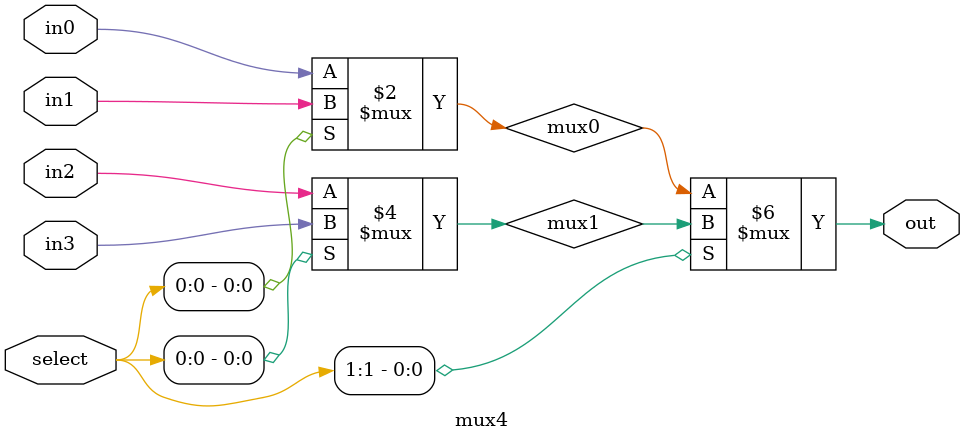
<source format=sv>
`timescale 1ns/1ps
`default_nettype none
module mux4(in0,in1,in2,in3,select,out);

//parameter definitions
parameter N = 1;
//port definitions
input  wire [N-1:0] in0;
input  wire [N-1:0] in1;
input  wire [N-1:0] in2;
input  wire [N-1:0] in3;
input  wire [1:0] select;
output logic [N-1:0] out;

logic [N-1:0] mux0, mux1;
// make 4:1 out of 3 2:1 muxes.
always_comb mux0 = select[0] ? in1 : in0;
always_comb mux1 = select[0] ? in3 : in2;
always_comb out = select[1] ? mux1 : mux0;

endmodule

</source>
